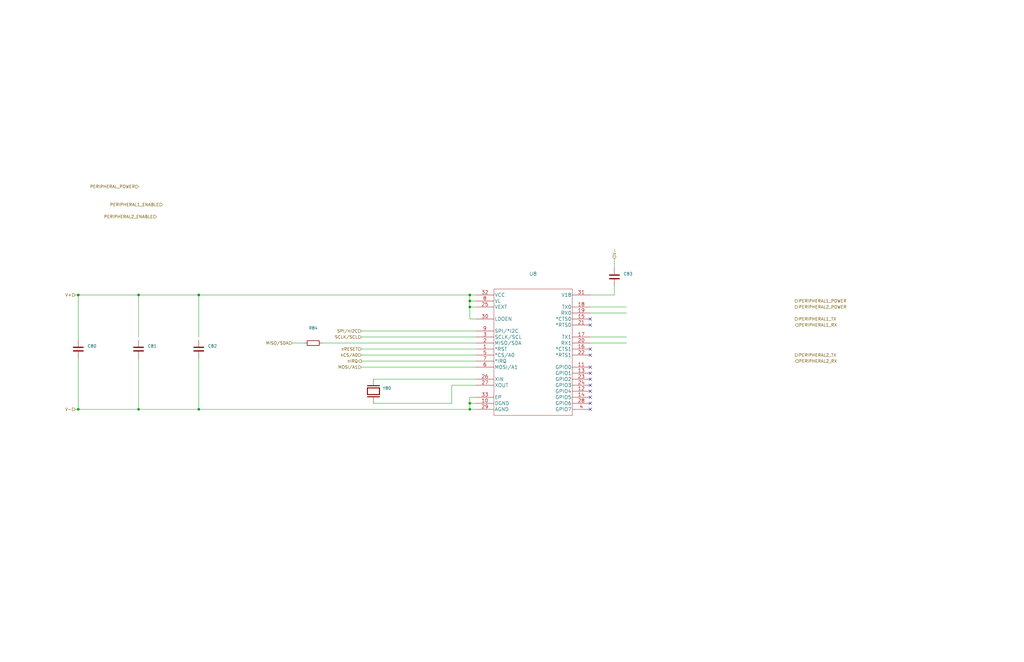
<source format=kicad_sch>
(kicad_sch (version 20211123) (generator eeschema)
  (paper "USLedger")
  (title_block (title "Dual UART Controller") (rev "201") (company "PMEL") (comment 2 "Matt Casari") (comment 4 "DRAFT"))
  (lib_symbols
    (symbol "Device:C" (pin_numbers hide) (pin_names (offset 0.254))
      (property "Reference" "C" (at 0.635 2.54 0))
      (property "Value" "C" (at 0.635 -2.54 0))
      (symbol "C_0_1"
        (polyline (pts (xy -2.032 -0.762) (xy 2.032 -0.762)) (stroke (width 0.508)))
        (polyline (pts (xy -2.032 0.762) (xy 2.032 0.762)) (stroke (width 0.508)))
      )
      (symbol "C_1_1"
        (pin passive line (at 0 3.81 270) (length 2.794) (name "~") (number "1"))
        (pin passive line (at 0 -3.81 90) (length 2.794) (name "~") (number "2"))
      )
    )
    (symbol "Device:R" (pin_numbers hide) (pin_names (offset 0))
      (property "Reference" "R" (at 2.032 0 90))
      (property "Value" "R" (at 0 0 90))
      (symbol "R_0_1"
        (rectangle (start -1.016 -2.54) (end 1.016 2.54) (stroke (width 0.254)))
      )
      (symbol "R_1_1"
        (pin passive line (at 0 3.81 270) (length 1.27) (name "~") (number "1"))
        (pin passive line (at 0 -3.81 90) (length 1.27) (name "~") (number "2"))
      )
    )
    (symbol "pco2-sensor-board:ABLS-3.6864MHZ-B4-T" (pin_numbers hide) (pin_names (offset 1.016) hide)
      (property "Reference" "Y" (at -5.08 3.81 0))
      (property "Value" "ABLS-3.6864MHZ-B4-T" (at -5.1054 -5.1054 0))
      (symbol "ABLS-3.6864MHZ-B4-T_0_0"
        (polyline (pts (xy -2.3368 2.54) (xy -2.3368 -2.54)) (stroke (width 0.4064)))
        (polyline (pts (xy -1.397 2.54) (xy -1.397 -2.54)) (stroke (width 0.4064)))
        (polyline (pts (xy -1.397 2.54) (xy 1.397 2.54)) (stroke (width 0.4064)))
        (polyline (pts (xy 1.397 -2.54) (xy -1.397 -2.54)) (stroke (width 0.4064)))
        (polyline (pts (xy 1.397 2.54) (xy 1.397 -2.54)) (stroke (width 0.4064)))
        (polyline (pts (xy 2.3368 2.54) (xy 2.3368 -2.54)) (stroke (width 0.4064)))
        (pin passive line (at -5.08 0 0) (length 2.54) (name "~") (number "1"))
        (pin passive line (at 5.08 0 180) (length 2.54) (name "~") (number "2"))
      )
    )
    (symbol "pco2-sensor-board:MAX3109ETJ+" (pin_names (offset 0.254))
      (property "Reference" "U" (at 0 30.48 0))
      (property "Value" "MAX3109ETJ+" (at 0 27.94 0))
      (symbol "MAX3109ETJ+_1_1"
        (polyline (pts (xy -17.78 -27.94) (xy 15.24 -27.94)) (stroke (width 0.127)))
        (polyline (pts (xy -17.78 25.4) (xy -17.78 -27.94)) (stroke (width 0.127)))
        (polyline (pts (xy 15.24 -27.94) (xy 15.24 25.4)) (stroke (width 0.127)))
        (polyline (pts (xy 15.24 25.4) (xy -17.78 25.4)) (stroke (width 0.127)))
        (pin unspecified line (at -25.4 0 0) (length 7.62) (name "*RST") (number "1"))
        (pin power_in line (at -25.4 -22.86 0) (length 7.62) (name "DGND") (number "10"))
        (pin unspecified line (at 22.86 -7.62 180) (length 7.62) (name "GPIO0") (number "11"))
        (pin unspecified line (at 22.86 -17.78 180) (length 7.62) (name "GPIO4") (number "12"))
        (pin unspecified line (at 22.86 -10.16 180) (length 7.62) (name "GPIO1") (number "13"))
        (pin unspecified line (at 22.86 -20.32 180) (length 7.62) (name "GPIO5") (number "14"))
        (pin unspecified line (at 22.86 12.7 180) (length 7.62) (name "*CTS0") (number "15"))
        (pin unspecified line (at 22.86 0 180) (length 7.62) (name "*CTS1") (number "16"))
        (pin unspecified line (at 22.86 5.08 180) (length 7.62) (name "TX1") (number "17"))
        (pin unspecified line (at 22.86 17.78 180) (length 7.62) (name "TX0") (number "18"))
        (pin unspecified line (at 22.86 15.24 180) (length 7.62) (name "RX0") (number "19"))
        (pin unspecified line (at -25.4 2.54 0) (length 7.62) (name "MISO/SDA") (number "2"))
        (pin unspecified line (at 22.86 2.54 180) (length 7.62) (name "RX1") (number "20"))
        (pin unspecified line (at 22.86 10.16 180) (length 7.62) (name "*RTS0") (number "21"))
        (pin unspecified line (at 22.86 -2.54 180) (length 7.62) (name "*RTS1") (number "22"))
        (pin unspecified line (at 22.86 -12.7 180) (length 7.62) (name "GPIO2") (number "23"))
        (pin unspecified line (at 22.86 -15.24 180) (length 7.62) (name "GPIO3") (number "24"))
        (pin unspecified line (at -25.4 17.78 0) (length 7.62) (name "VEXT") (number "25"))
        (pin input line (at -25.4 -12.7 0) (length 7.62) (name "XIN") (number "26"))
        (pin output line (at -25.4 -15.24 0) (length 7.62) (name "XOUT") (number "27"))
        (pin unspecified line (at 22.86 -22.86 180) (length 7.62) (name "GPIO6") (number "28"))
        (pin power_in line (at -25.4 -25.4 0) (length 7.62) (name "AGND") (number "29"))
        (pin unspecified line (at -25.4 5.08 0) (length 7.62) (name "SCLK/SCL") (number "3"))
        (pin unspecified line (at -25.4 12.7 0) (length 7.62) (name "LDOEN") (number "30"))
        (pin power_in line (at 22.86 22.86 180) (length 7.62) (name "V18") (number "31"))
        (pin power_in line (at -25.4 22.86 0) (length 7.62) (name "VCC") (number "32"))
        (pin unspecified line (at -25.4 -20.32 0) (length 7.62) (name "EP") (number "33"))
        (pin unspecified line (at 22.86 -25.4 180) (length 7.62) (name "GPIO7") (number "4"))
        (pin unspecified line (at -25.4 -2.54 0) (length 7.62) (name "*CS/A0") (number "5"))
        (pin unspecified line (at -25.4 -7.62 0) (length 7.62) (name "MOSI/A1") (number "6"))
        (pin unspecified line (at -25.4 -5.08 0) (length 7.62) (name "*IRQ") (number "7"))
        (pin power_in line (at -25.4 20.32 0) (length 7.62) (name "VL") (number "8"))
        (pin unspecified line (at -25.4 7.62 0) (length 7.62) (name "SPI/*I2C") (number "9"))
      )
    )
  )
  (junction (at 198.12 129.54))
  (junction (at 198.12 172.72))
  (junction (at 58.42 124.46))
  (junction (at 33.02 124.46))
  (junction (at 198.12 170.18))
  (junction (at 83.82 124.46))
  (junction (at 33.02 172.72))
  (junction (at 198.12 124.46))
  (junction (at 83.82 172.72))
  (junction (at 58.42 172.72))
  (junction (at 198.12 127))
  (no_connect (at 248.92 149.86))
  (no_connect (at 248.92 167.64))
  (no_connect (at 248.92 165.1))
  (no_connect (at 248.92 147.32))
  (no_connect (at 248.92 162.56))
  (no_connect (at 248.92 134.62))
  (no_connect (at 248.92 154.94))
  (no_connect (at 248.92 170.18))
  (no_connect (at 248.92 172.72))
  (no_connect (at 248.92 137.16))
  (no_connect (at 248.92 157.48))
  (no_connect (at 248.92 160.02))
  (wire (pts (xy 152.4 139.7) (xy 200.66 139.7)))
  (wire (pts (xy 198.12 127) (xy 200.66 127)))
  (wire (pts (xy 248.92 129.54) (xy 264.16 129.54)))
  (wire (pts (xy 248.92 142.24) (xy 264.16 142.24)))
  (wire (pts (xy 58.42 172.72) (xy 83.82 172.72)))
  (wire (pts (xy 33.02 143.51) (xy 33.02 124.46)))
  (wire (pts (xy 259.08 109.22) (xy 259.08 113.03)))
  (wire (pts (xy 198.12 124.46) (xy 200.66 124.46)))
  (wire (pts (xy 198.12 167.64) (xy 198.12 170.18)))
  (wire (pts (xy 152.4 152.4) (xy 200.66 152.4)))
  (wire (pts (xy 248.92 144.78) (xy 264.16 144.78)))
  (wire (pts (xy 190.5 162.56) (xy 200.66 162.56)))
  (wire (pts (xy 152.4 149.86) (xy 200.66 149.86)))
  (wire (pts (xy 83.82 151.13) (xy 83.82 172.72)))
  (wire (pts (xy 135.89 144.78) (xy 200.66 144.78)))
  (wire (pts (xy 152.4 147.32) (xy 200.66 147.32)))
  (wire (pts (xy 33.02 124.46) (xy 58.42 124.46)))
  (wire (pts (xy 200.66 167.64) (xy 198.12 167.64)))
  (wire (pts (xy 200.66 170.18) (xy 198.12 170.18)))
  (wire (pts (xy 31.75 124.46) (xy 33.02 124.46)))
  (wire (pts (xy 58.42 124.46) (xy 83.82 124.46)))
  (wire (pts (xy 152.4 154.94) (xy 200.66 154.94)))
  (wire (pts (xy 198.12 172.72) (xy 200.66 172.72)))
  (wire (pts (xy 157.48 160.02) (xy 200.66 160.02)))
  (wire (pts (xy 58.42 124.46) (xy 58.42 142.24)))
  (wire (pts (xy 33.02 172.72) (xy 58.42 172.72)))
  (wire (pts (xy 248.92 132.08) (xy 264.16 132.08)))
  (wire (pts (xy 83.82 124.46) (xy 198.12 124.46)))
  (wire (pts (xy 198.12 134.62) (xy 198.12 129.54)))
  (wire (pts (xy 152.4 142.24) (xy 200.66 142.24)))
  (wire (pts (xy 157.48 170.18) (xy 190.5 170.18)))
  (wire (pts (xy 33.02 151.13) (xy 33.02 172.72)))
  (wire (pts (xy 31.75 172.72) (xy 33.02 172.72)))
  (wire (pts (xy 123.19 144.78) (xy 128.27 144.78)))
  (wire (pts (xy 83.82 142.24) (xy 83.82 124.46)))
  (wire (pts (xy 198.12 124.46) (xy 198.12 127)))
  (wire (pts (xy 198.12 127) (xy 198.12 129.54)))
  (wire (pts (xy 198.12 170.18) (xy 198.12 172.72)))
  (wire (pts (xy 259.08 124.46) (xy 259.08 120.65)))
  (wire (pts (xy 198.12 129.54) (xy 200.66 129.54)))
  (wire (pts (xy 190.5 170.18) (xy 190.5 162.56)))
  (wire (pts (xy 83.82 172.72) (xy 198.12 172.72)))
  (wire (pts (xy 248.92 124.46) (xy 259.08 124.46)))
  (wire (pts (xy 58.42 151.13) (xy 58.42 172.72)))
  (wire (pts (xy 200.66 134.62) (xy 198.12 134.62)))
  (hierarchical_label "V+" (shape input) (at 31.75 124.46 180))
  (hierarchical_label "nCS{slash}A0" (shape input) (at 152.4 149.86 180))
  (hierarchical_label "V-" (shape input) (at 31.75 172.72 180))
  (hierarchical_label "nRESET" (shape input) (at 152.4 147.32 180))
  (hierarchical_label "PERIPHERAL1_TX" (shape output) (at 335.28 134.62 0))
  (hierarchical_label "PERIPHERAL1_ENABLE" (shape input) (at 68.58 86.36 180))
  (hierarchical_label "PERIPHERAL2_TX" (shape output) (at 335.28 149.86 0))
  (hierarchical_label "MISO{slash}SDA" (shape input) (at 123.19 144.78 180))
  (hierarchical_label "V-" (shape input) (at 259.08 109.22 90))
  (hierarchical_label "nIRQ" (shape output) (at 152.4 152.4 180))
  (hierarchical_label "SPI{slash}nI2C" (shape input) (at 152.4 139.7 180))
  (hierarchical_label "MOSI{slash}A1" (shape input) (at 152.4 154.94 180))
  (hierarchical_label "PERIPHERAL1_RX" (shape input) (at 335.28 137.16 0))
  (hierarchical_label "PERIPHERAL_POWER" (shape input) (at 58.42 78.74 180))
  (hierarchical_label "PERIPHERAL2_POWER" (shape output) (at 335.28 129.54 0))
  (hierarchical_label "PERIPHERAL2_ENABLE" (shape input) (at 66.04 91.44 180))
  (hierarchical_label "PERIPHERAL1_POWER" (shape output) (at 335.28 127 0))
  (hierarchical_label "PERIPHERAL2_RX" (shape input) (at 335.28 152.4 0))
  (hierarchical_label "SCLK{slash}SCL" (shape input) (at 152.4 142.24 180))
  (symbol (lib_id "Device:C") (at 259.08 116.84 0) (unit 1)
    (property "Reference" "C83" (at 262.89 115.5699 0) (effects (justify left)))
  )
  (symbol (lib_id "pco2-sensor-board:ABLS-3.6864MHZ-B4-T") (at 157.48 165.1 270) (unit 1)
    (property "Reference" "Y80" (at 161.29 163.8299 90) (effects (justify left)))
  )
  (symbol (lib_id "Device:C") (at 33.02 147.32 0) (unit 1)
    (property "Reference" "C80" (at 36.83 146.0499 0) (effects (justify left)))
  )
  (symbol (lib_id "pco2-sensor-board:MAX3109ETJ+") (at 226.06 147.32 0) (unit 1)
    (property "Reference" "U8" (at 224.79 115.57 0) (effects (font (size 1.524 1.524))))
  )
  (symbol (lib_id "Device:R") (at 132.08 144.78 90) (unit 1)
    (property "Reference" "R84" (at 132.08 138.43 90))
  )
  (symbol (lib_id "Device:C") (at 58.42 147.32 0) (unit 1)
    (property "Reference" "C81" (at 62.23 146.0499 0) (effects (justify left)))
  )
  (symbol (lib_id "Device:C") (at 83.82 147.32 0) (unit 1)
    (property "Reference" "C82" (at 87.63 146.0499 0) (effects (justify left)))
  )
)
</source>
